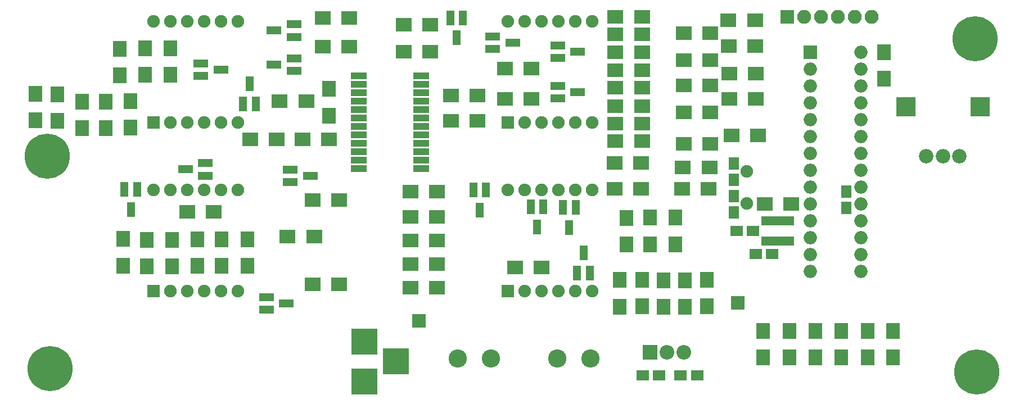
<source format=gbs>
G04 #@! TF.FileFunction,Soldermask,Bot*
%FSLAX46Y46*%
G04 Gerber Fmt 4.6, Leading zero omitted, Abs format (unit mm)*
G04 Created by KiCad (PCBNEW 4.0.6) date Monday, March 05, 2018 'AMt' 11:52:21 AM*
%MOMM*%
%LPD*%
G01*
G04 APERTURE LIST*
%ADD10C,0.100000*%
%ADD11R,2.900000X2.900000*%
%ADD12C,2.178000*%
%ADD13C,6.800000*%
%ADD14R,1.900000X1.900000*%
%ADD15C,1.900000*%
%ADD16C,2.750000*%
%ADD17R,2.100000X2.100000*%
%ADD18O,2.100000X2.100000*%
%ADD19R,3.900000X3.900000*%
%ADD20R,2.100000X2.400000*%
%ADD21R,2.400000X2.100000*%
%ADD22R,2.000000X2.000000*%
%ADD23O,2.000000X2.000000*%
%ADD24R,2.400000X1.000000*%
%ADD25R,4.950000X1.400000*%
%ADD26R,1.650000X1.900000*%
%ADD27R,1.900000X1.650000*%
%ADD28R,1.200000X2.300000*%
%ADD29R,2.300000X1.200000*%
%ADD30R,2.200000X2.200000*%
%ADD31O,2.200000X2.200000*%
G04 APERTURE END LIST*
D10*
D11*
X182831040Y-40795560D03*
D12*
X177231040Y-48295560D03*
X174731040Y-48295560D03*
X179731040Y-48295560D03*
D11*
X171631040Y-40795560D03*
D13*
X182356760Y-80736440D03*
X182102760Y-30566360D03*
X42336720Y-48295560D03*
D14*
X58420000Y-68580000D03*
D15*
X60960000Y-68580000D03*
X63500000Y-68580000D03*
X66040000Y-68580000D03*
X68580000Y-68580000D03*
X71120000Y-68580000D03*
X71120000Y-53340000D03*
X68580000Y-53340000D03*
X66040000Y-53340000D03*
X63500000Y-53340000D03*
X60960000Y-53340000D03*
X58420000Y-53340000D03*
D14*
X111760000Y-68580000D03*
D15*
X114300000Y-68580000D03*
X116840000Y-68580000D03*
X119380000Y-68580000D03*
X121920000Y-68580000D03*
X124460000Y-68580000D03*
X124460000Y-53340000D03*
X121920000Y-53340000D03*
X119380000Y-53340000D03*
X116840000Y-53340000D03*
X114300000Y-53340000D03*
X111760000Y-53340000D03*
D14*
X111760000Y-43180000D03*
D15*
X114300000Y-43180000D03*
X116840000Y-43180000D03*
X119380000Y-43180000D03*
X121920000Y-43180000D03*
X124460000Y-43180000D03*
X124460000Y-27940000D03*
X121920000Y-27940000D03*
X119380000Y-27940000D03*
X116840000Y-27940000D03*
X114300000Y-27940000D03*
X111760000Y-27940000D03*
D14*
X58420000Y-43180000D03*
D15*
X60960000Y-43180000D03*
X63500000Y-43180000D03*
X66040000Y-43180000D03*
X68580000Y-43180000D03*
X71120000Y-43180000D03*
X71120000Y-27940000D03*
X68580000Y-27940000D03*
X66040000Y-27940000D03*
X63500000Y-27940000D03*
X60960000Y-27940000D03*
X58420000Y-27940000D03*
D16*
X109206000Y-78740000D03*
X104206000Y-78740000D03*
X119206000Y-78740000D03*
X124206000Y-78740000D03*
D17*
X153825000Y-27300000D03*
D18*
X156365000Y-27300000D03*
X158905000Y-27300000D03*
X161445000Y-27300000D03*
X163985000Y-27300000D03*
X166525000Y-27300000D03*
D19*
X90170000Y-76200000D03*
X90170000Y-82200000D03*
X94870000Y-79200000D03*
D20*
X154101800Y-74606400D03*
X154101800Y-78606400D03*
D21*
X154400000Y-55473600D03*
X150400000Y-55473600D03*
D20*
X161899600Y-74555600D03*
X161899600Y-78555600D03*
X168351200Y-32569400D03*
X168351200Y-36569400D03*
D21*
X148939000Y-27749500D03*
X144939000Y-27749500D03*
X149002500Y-31686500D03*
X145002500Y-31686500D03*
X149066000Y-39624000D03*
X145066000Y-39624000D03*
X149066000Y-35814000D03*
X145066000Y-35814000D03*
X142208000Y-33782000D03*
X138208000Y-33782000D03*
X142208000Y-29718000D03*
X138208000Y-29718000D03*
X142208000Y-41656000D03*
X138208000Y-41656000D03*
X142208000Y-37592000D03*
X138208000Y-37592000D03*
D20*
X158013400Y-74581000D03*
X158013400Y-78581000D03*
X150190200Y-74581000D03*
X150190200Y-78581000D03*
X169748200Y-74606400D03*
X169748200Y-78606400D03*
X165912800Y-74606400D03*
X165912800Y-78606400D03*
D21*
X127768600Y-53187600D03*
X131768600Y-53187600D03*
X137979400Y-53136800D03*
X141979400Y-53136800D03*
X138081000Y-49961800D03*
X142081000Y-49961800D03*
X127794000Y-49276000D03*
X131794000Y-49276000D03*
X138182600Y-46380400D03*
X142182600Y-46380400D03*
X145421600Y-45135800D03*
X149421600Y-45135800D03*
X101060000Y-57404000D03*
X97060000Y-57404000D03*
X103156000Y-39116000D03*
X107156000Y-39116000D03*
X101060000Y-53594000D03*
X97060000Y-53594000D03*
X103156000Y-42926000D03*
X107156000Y-42926000D03*
X101060000Y-60960000D03*
X97060000Y-60960000D03*
X101060000Y-64516000D03*
X97060000Y-64516000D03*
X101060000Y-68072000D03*
X97060000Y-68072000D03*
X116808000Y-65024000D03*
X112808000Y-65024000D03*
X72930000Y-45720000D03*
X76930000Y-45720000D03*
X80804000Y-45720000D03*
X84804000Y-45720000D03*
X82328000Y-54864000D03*
X86328000Y-54864000D03*
X82328000Y-67564000D03*
X86328000Y-67564000D03*
D20*
X84836000Y-38132000D03*
X84836000Y-42132000D03*
D21*
X83852000Y-31750000D03*
X87852000Y-31750000D03*
X83852000Y-27432000D03*
X87852000Y-27432000D03*
X77375000Y-40005000D03*
X81375000Y-40005000D03*
X100044000Y-28448000D03*
X96044000Y-28448000D03*
X100044000Y-32512000D03*
X96044000Y-32512000D03*
X115284000Y-35052000D03*
X111284000Y-35052000D03*
X115284000Y-39624000D03*
X111284000Y-39624000D03*
D22*
X157275000Y-32625000D03*
D23*
X164895000Y-65645000D03*
X157275000Y-35165000D03*
X164895000Y-63105000D03*
X157275000Y-37705000D03*
X164895000Y-60565000D03*
X157275000Y-40245000D03*
X164895000Y-58025000D03*
X157275000Y-42785000D03*
X164895000Y-55485000D03*
X157275000Y-45325000D03*
X164895000Y-52945000D03*
X157275000Y-47865000D03*
X164895000Y-50405000D03*
X157275000Y-50405000D03*
X164895000Y-47865000D03*
X157275000Y-52945000D03*
X164895000Y-45325000D03*
X157275000Y-55485000D03*
X164895000Y-42785000D03*
X157275000Y-58025000D03*
X164895000Y-40245000D03*
X157275000Y-60565000D03*
X164895000Y-37705000D03*
X157275000Y-63105000D03*
X164895000Y-35165000D03*
X157275000Y-65645000D03*
X164895000Y-32625000D03*
D24*
X89280000Y-50165000D03*
X89280000Y-48895000D03*
X89280000Y-47625000D03*
X89280000Y-46355000D03*
X89280000Y-45085000D03*
X89280000Y-43815000D03*
X89280000Y-42545000D03*
X89280000Y-41275000D03*
X89280000Y-40005000D03*
X89280000Y-38735000D03*
X89280000Y-37465000D03*
X89280000Y-36195000D03*
X98680000Y-36195000D03*
X98680000Y-37465000D03*
X98680000Y-38735000D03*
X98680000Y-40005000D03*
X98680000Y-41275000D03*
X98680000Y-42545000D03*
X98680000Y-43815000D03*
X98680000Y-45085000D03*
X98680000Y-46355000D03*
X98680000Y-47625000D03*
X98680000Y-48895000D03*
X98680000Y-50165000D03*
D15*
X147726400Y-55397400D03*
X147726400Y-50517400D03*
D25*
X152374600Y-58012200D03*
X152374600Y-61012200D03*
D20*
X135178800Y-70935600D03*
X135178800Y-66935600D03*
X128574800Y-70910200D03*
X128574800Y-66910200D03*
X133172200Y-61512200D03*
X133172200Y-57512200D03*
X141732000Y-70884800D03*
X141732000Y-66884800D03*
X138430000Y-70935600D03*
X138430000Y-66935600D03*
X131927600Y-70884800D03*
X131927600Y-66884800D03*
X129616200Y-61537600D03*
X129616200Y-57537600D03*
X136982200Y-61512200D03*
X136982200Y-57512200D03*
X61214000Y-64865000D03*
X61214000Y-60865000D03*
X68643500Y-64801500D03*
X68643500Y-60801500D03*
D21*
X63468500Y-56642000D03*
X67468500Y-56642000D03*
D20*
X53784500Y-64738000D03*
X53784500Y-60738000D03*
X57353200Y-64839600D03*
X57353200Y-60839600D03*
X65024000Y-64801500D03*
X65024000Y-60801500D03*
D21*
X78568800Y-60350400D03*
X82568800Y-60350400D03*
D20*
X72491600Y-60788800D03*
X72491600Y-64788800D03*
D21*
X127921000Y-40703500D03*
X131921000Y-40703500D03*
X127921000Y-43370500D03*
X131921000Y-43370500D03*
X127921000Y-29908500D03*
X131921000Y-29908500D03*
X127921000Y-35306000D03*
X131921000Y-35306000D03*
X127921000Y-37973000D03*
X131921000Y-37973000D03*
X127921000Y-45974000D03*
X131921000Y-45974000D03*
X127921000Y-32575500D03*
X131921000Y-32575500D03*
X127921000Y-27241500D03*
X131921000Y-27241500D03*
D20*
X47599600Y-44011600D03*
X47599600Y-40011600D03*
X40604440Y-42858440D03*
X40604440Y-38858440D03*
X60909200Y-31985200D03*
X60909200Y-35985200D03*
X54914800Y-43960800D03*
X54914800Y-39960800D03*
X51155600Y-44011600D03*
X51155600Y-40011600D03*
X43863260Y-42909240D03*
X43863260Y-38909240D03*
X53340000Y-32086800D03*
X53340000Y-36086800D03*
X57150000Y-31985200D03*
X57150000Y-35985200D03*
D26*
X145745200Y-56749000D03*
X145745200Y-54249000D03*
X145745200Y-49321400D03*
X145745200Y-51821400D03*
D27*
X134503480Y-81310480D03*
X132003480Y-81310480D03*
X146171600Y-59512200D03*
X148671600Y-59512200D03*
X149016400Y-63017400D03*
X151516400Y-63017400D03*
X137738800Y-81290160D03*
X140238800Y-81290160D03*
D26*
X162712400Y-56088600D03*
X162712400Y-53588600D03*
D28*
X106542800Y-53364000D03*
X108442800Y-53364000D03*
X107492800Y-56364000D03*
X115153400Y-55904000D03*
X117053400Y-55904000D03*
X116103400Y-58904000D03*
X120030200Y-56005600D03*
X121930200Y-56005600D03*
X120980200Y-59005600D03*
X124063800Y-65838200D03*
X122163800Y-65838200D03*
X123113800Y-62838200D03*
X54015600Y-53287800D03*
X55915600Y-53287800D03*
X54965600Y-56287800D03*
D29*
X66193800Y-49291200D03*
X66193800Y-51191200D03*
X63193800Y-50241200D03*
X78992600Y-52156400D03*
X78992600Y-50256400D03*
X81992600Y-51206400D03*
X75385800Y-71409600D03*
X75385800Y-69509600D03*
X78385800Y-70459600D03*
D28*
X103088400Y-27405200D03*
X104988400Y-27405200D03*
X104038400Y-30405200D03*
D29*
X109447200Y-32103100D03*
X109447200Y-30203100D03*
X112447200Y-31153100D03*
X119213500Y-33462000D03*
X119213500Y-31562000D03*
X122213500Y-32512000D03*
X119216040Y-39552920D03*
X119216040Y-37652920D03*
X122216040Y-38602920D03*
X65530600Y-36184880D03*
X65530600Y-34284880D03*
X68530600Y-35234880D03*
X79513560Y-33512720D03*
X79513560Y-35412720D03*
X76513560Y-34462720D03*
X79513560Y-28371760D03*
X79513560Y-30271760D03*
X76513560Y-29321760D03*
D28*
X73771800Y-40346760D03*
X71871800Y-40346760D03*
X72821800Y-37346760D03*
D13*
X42778680Y-80274160D03*
D30*
X133101080Y-77851000D03*
D31*
X135641080Y-77851000D03*
X138181080Y-77851000D03*
D17*
X146319240Y-70383400D03*
X98336100Y-73101200D03*
M02*

</source>
